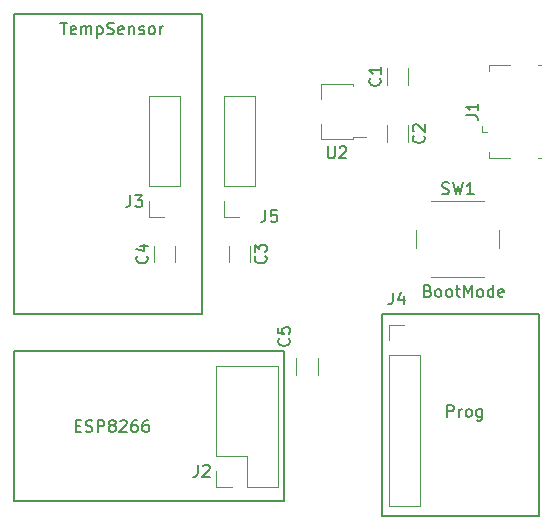
<source format=gbr>
%TF.GenerationSoftware,KiCad,Pcbnew,7.0.10-7.0.10~ubuntu22.04.1*%
%TF.CreationDate,2024-01-08T16:33:40+00:00*%
%TF.ProjectId,wifi_temp_sensor,77696669-5f74-4656-9d70-5f73656e736f,rev?*%
%TF.SameCoordinates,Original*%
%TF.FileFunction,Legend,Top*%
%TF.FilePolarity,Positive*%
%FSLAX46Y46*%
G04 Gerber Fmt 4.6, Leading zero omitted, Abs format (unit mm)*
G04 Created by KiCad (PCBNEW 7.0.10-7.0.10~ubuntu22.04.1) date 2024-01-08 16:33:40*
%MOMM*%
%LPD*%
G01*
G04 APERTURE LIST*
%ADD10C,0.200000*%
%ADD11C,0.150000*%
%ADD12C,0.120000*%
G04 APERTURE END LIST*
D10*
X189230000Y-27305000D02*
X205105000Y-27305000D01*
X205105000Y-52705000D01*
X189230000Y-52705000D01*
X189230000Y-27305000D01*
D11*
X220345000Y-52705000D02*
X233680000Y-52705000D01*
X233680000Y-69850000D01*
X220345000Y-69850000D01*
X220345000Y-52705000D01*
X189230000Y-55880000D02*
X212090000Y-55880000D01*
X212090000Y-68580000D01*
X189230000Y-68580000D01*
X189230000Y-55880000D01*
X212449580Y-54776666D02*
X212497200Y-54824285D01*
X212497200Y-54824285D02*
X212544819Y-54967142D01*
X212544819Y-54967142D02*
X212544819Y-55062380D01*
X212544819Y-55062380D02*
X212497200Y-55205237D01*
X212497200Y-55205237D02*
X212401961Y-55300475D01*
X212401961Y-55300475D02*
X212306723Y-55348094D01*
X212306723Y-55348094D02*
X212116247Y-55395713D01*
X212116247Y-55395713D02*
X211973390Y-55395713D01*
X211973390Y-55395713D02*
X211782914Y-55348094D01*
X211782914Y-55348094D02*
X211687676Y-55300475D01*
X211687676Y-55300475D02*
X211592438Y-55205237D01*
X211592438Y-55205237D02*
X211544819Y-55062380D01*
X211544819Y-55062380D02*
X211544819Y-54967142D01*
X211544819Y-54967142D02*
X211592438Y-54824285D01*
X211592438Y-54824285D02*
X211640057Y-54776666D01*
X211544819Y-53871904D02*
X211544819Y-54348094D01*
X211544819Y-54348094D02*
X212021009Y-54395713D01*
X212021009Y-54395713D02*
X211973390Y-54348094D01*
X211973390Y-54348094D02*
X211925771Y-54252856D01*
X211925771Y-54252856D02*
X211925771Y-54014761D01*
X211925771Y-54014761D02*
X211973390Y-53919523D01*
X211973390Y-53919523D02*
X212021009Y-53871904D01*
X212021009Y-53871904D02*
X212116247Y-53824285D01*
X212116247Y-53824285D02*
X212354342Y-53824285D01*
X212354342Y-53824285D02*
X212449580Y-53871904D01*
X212449580Y-53871904D02*
X212497200Y-53919523D01*
X212497200Y-53919523D02*
X212544819Y-54014761D01*
X212544819Y-54014761D02*
X212544819Y-54252856D01*
X212544819Y-54252856D02*
X212497200Y-54348094D01*
X212497200Y-54348094D02*
X212449580Y-54395713D01*
X200439580Y-47791666D02*
X200487200Y-47839285D01*
X200487200Y-47839285D02*
X200534819Y-47982142D01*
X200534819Y-47982142D02*
X200534819Y-48077380D01*
X200534819Y-48077380D02*
X200487200Y-48220237D01*
X200487200Y-48220237D02*
X200391961Y-48315475D01*
X200391961Y-48315475D02*
X200296723Y-48363094D01*
X200296723Y-48363094D02*
X200106247Y-48410713D01*
X200106247Y-48410713D02*
X199963390Y-48410713D01*
X199963390Y-48410713D02*
X199772914Y-48363094D01*
X199772914Y-48363094D02*
X199677676Y-48315475D01*
X199677676Y-48315475D02*
X199582438Y-48220237D01*
X199582438Y-48220237D02*
X199534819Y-48077380D01*
X199534819Y-48077380D02*
X199534819Y-47982142D01*
X199534819Y-47982142D02*
X199582438Y-47839285D01*
X199582438Y-47839285D02*
X199630057Y-47791666D01*
X199868152Y-46934523D02*
X200534819Y-46934523D01*
X199487200Y-47172618D02*
X200201485Y-47410713D01*
X200201485Y-47410713D02*
X200201485Y-46791666D01*
X204771666Y-65484819D02*
X204771666Y-66199104D01*
X204771666Y-66199104D02*
X204724047Y-66341961D01*
X204724047Y-66341961D02*
X204628809Y-66437200D01*
X204628809Y-66437200D02*
X204485952Y-66484819D01*
X204485952Y-66484819D02*
X204390714Y-66484819D01*
X205200238Y-65580057D02*
X205247857Y-65532438D01*
X205247857Y-65532438D02*
X205343095Y-65484819D01*
X205343095Y-65484819D02*
X205581190Y-65484819D01*
X205581190Y-65484819D02*
X205676428Y-65532438D01*
X205676428Y-65532438D02*
X205724047Y-65580057D01*
X205724047Y-65580057D02*
X205771666Y-65675295D01*
X205771666Y-65675295D02*
X205771666Y-65770533D01*
X205771666Y-65770533D02*
X205724047Y-65913390D01*
X205724047Y-65913390D02*
X205152619Y-66484819D01*
X205152619Y-66484819D02*
X205771666Y-66484819D01*
X194409762Y-62161009D02*
X194743095Y-62161009D01*
X194885952Y-62684819D02*
X194409762Y-62684819D01*
X194409762Y-62684819D02*
X194409762Y-61684819D01*
X194409762Y-61684819D02*
X194885952Y-61684819D01*
X195266905Y-62637200D02*
X195409762Y-62684819D01*
X195409762Y-62684819D02*
X195647857Y-62684819D01*
X195647857Y-62684819D02*
X195743095Y-62637200D01*
X195743095Y-62637200D02*
X195790714Y-62589580D01*
X195790714Y-62589580D02*
X195838333Y-62494342D01*
X195838333Y-62494342D02*
X195838333Y-62399104D01*
X195838333Y-62399104D02*
X195790714Y-62303866D01*
X195790714Y-62303866D02*
X195743095Y-62256247D01*
X195743095Y-62256247D02*
X195647857Y-62208628D01*
X195647857Y-62208628D02*
X195457381Y-62161009D01*
X195457381Y-62161009D02*
X195362143Y-62113390D01*
X195362143Y-62113390D02*
X195314524Y-62065771D01*
X195314524Y-62065771D02*
X195266905Y-61970533D01*
X195266905Y-61970533D02*
X195266905Y-61875295D01*
X195266905Y-61875295D02*
X195314524Y-61780057D01*
X195314524Y-61780057D02*
X195362143Y-61732438D01*
X195362143Y-61732438D02*
X195457381Y-61684819D01*
X195457381Y-61684819D02*
X195695476Y-61684819D01*
X195695476Y-61684819D02*
X195838333Y-61732438D01*
X196266905Y-62684819D02*
X196266905Y-61684819D01*
X196266905Y-61684819D02*
X196647857Y-61684819D01*
X196647857Y-61684819D02*
X196743095Y-61732438D01*
X196743095Y-61732438D02*
X196790714Y-61780057D01*
X196790714Y-61780057D02*
X196838333Y-61875295D01*
X196838333Y-61875295D02*
X196838333Y-62018152D01*
X196838333Y-62018152D02*
X196790714Y-62113390D01*
X196790714Y-62113390D02*
X196743095Y-62161009D01*
X196743095Y-62161009D02*
X196647857Y-62208628D01*
X196647857Y-62208628D02*
X196266905Y-62208628D01*
X197409762Y-62113390D02*
X197314524Y-62065771D01*
X197314524Y-62065771D02*
X197266905Y-62018152D01*
X197266905Y-62018152D02*
X197219286Y-61922914D01*
X197219286Y-61922914D02*
X197219286Y-61875295D01*
X197219286Y-61875295D02*
X197266905Y-61780057D01*
X197266905Y-61780057D02*
X197314524Y-61732438D01*
X197314524Y-61732438D02*
X197409762Y-61684819D01*
X197409762Y-61684819D02*
X197600238Y-61684819D01*
X197600238Y-61684819D02*
X197695476Y-61732438D01*
X197695476Y-61732438D02*
X197743095Y-61780057D01*
X197743095Y-61780057D02*
X197790714Y-61875295D01*
X197790714Y-61875295D02*
X197790714Y-61922914D01*
X197790714Y-61922914D02*
X197743095Y-62018152D01*
X197743095Y-62018152D02*
X197695476Y-62065771D01*
X197695476Y-62065771D02*
X197600238Y-62113390D01*
X197600238Y-62113390D02*
X197409762Y-62113390D01*
X197409762Y-62113390D02*
X197314524Y-62161009D01*
X197314524Y-62161009D02*
X197266905Y-62208628D01*
X197266905Y-62208628D02*
X197219286Y-62303866D01*
X197219286Y-62303866D02*
X197219286Y-62494342D01*
X197219286Y-62494342D02*
X197266905Y-62589580D01*
X197266905Y-62589580D02*
X197314524Y-62637200D01*
X197314524Y-62637200D02*
X197409762Y-62684819D01*
X197409762Y-62684819D02*
X197600238Y-62684819D01*
X197600238Y-62684819D02*
X197695476Y-62637200D01*
X197695476Y-62637200D02*
X197743095Y-62589580D01*
X197743095Y-62589580D02*
X197790714Y-62494342D01*
X197790714Y-62494342D02*
X197790714Y-62303866D01*
X197790714Y-62303866D02*
X197743095Y-62208628D01*
X197743095Y-62208628D02*
X197695476Y-62161009D01*
X197695476Y-62161009D02*
X197600238Y-62113390D01*
X198171667Y-61780057D02*
X198219286Y-61732438D01*
X198219286Y-61732438D02*
X198314524Y-61684819D01*
X198314524Y-61684819D02*
X198552619Y-61684819D01*
X198552619Y-61684819D02*
X198647857Y-61732438D01*
X198647857Y-61732438D02*
X198695476Y-61780057D01*
X198695476Y-61780057D02*
X198743095Y-61875295D01*
X198743095Y-61875295D02*
X198743095Y-61970533D01*
X198743095Y-61970533D02*
X198695476Y-62113390D01*
X198695476Y-62113390D02*
X198124048Y-62684819D01*
X198124048Y-62684819D02*
X198743095Y-62684819D01*
X199600238Y-61684819D02*
X199409762Y-61684819D01*
X199409762Y-61684819D02*
X199314524Y-61732438D01*
X199314524Y-61732438D02*
X199266905Y-61780057D01*
X199266905Y-61780057D02*
X199171667Y-61922914D01*
X199171667Y-61922914D02*
X199124048Y-62113390D01*
X199124048Y-62113390D02*
X199124048Y-62494342D01*
X199124048Y-62494342D02*
X199171667Y-62589580D01*
X199171667Y-62589580D02*
X199219286Y-62637200D01*
X199219286Y-62637200D02*
X199314524Y-62684819D01*
X199314524Y-62684819D02*
X199505000Y-62684819D01*
X199505000Y-62684819D02*
X199600238Y-62637200D01*
X199600238Y-62637200D02*
X199647857Y-62589580D01*
X199647857Y-62589580D02*
X199695476Y-62494342D01*
X199695476Y-62494342D02*
X199695476Y-62256247D01*
X199695476Y-62256247D02*
X199647857Y-62161009D01*
X199647857Y-62161009D02*
X199600238Y-62113390D01*
X199600238Y-62113390D02*
X199505000Y-62065771D01*
X199505000Y-62065771D02*
X199314524Y-62065771D01*
X199314524Y-62065771D02*
X199219286Y-62113390D01*
X199219286Y-62113390D02*
X199171667Y-62161009D01*
X199171667Y-62161009D02*
X199124048Y-62256247D01*
X200552619Y-61684819D02*
X200362143Y-61684819D01*
X200362143Y-61684819D02*
X200266905Y-61732438D01*
X200266905Y-61732438D02*
X200219286Y-61780057D01*
X200219286Y-61780057D02*
X200124048Y-61922914D01*
X200124048Y-61922914D02*
X200076429Y-62113390D01*
X200076429Y-62113390D02*
X200076429Y-62494342D01*
X200076429Y-62494342D02*
X200124048Y-62589580D01*
X200124048Y-62589580D02*
X200171667Y-62637200D01*
X200171667Y-62637200D02*
X200266905Y-62684819D01*
X200266905Y-62684819D02*
X200457381Y-62684819D01*
X200457381Y-62684819D02*
X200552619Y-62637200D01*
X200552619Y-62637200D02*
X200600238Y-62589580D01*
X200600238Y-62589580D02*
X200647857Y-62494342D01*
X200647857Y-62494342D02*
X200647857Y-62256247D01*
X200647857Y-62256247D02*
X200600238Y-62161009D01*
X200600238Y-62161009D02*
X200552619Y-62113390D01*
X200552619Y-62113390D02*
X200457381Y-62065771D01*
X200457381Y-62065771D02*
X200266905Y-62065771D01*
X200266905Y-62065771D02*
X200171667Y-62113390D01*
X200171667Y-62113390D02*
X200124048Y-62161009D01*
X200124048Y-62161009D02*
X200076429Y-62256247D01*
X221281666Y-50889819D02*
X221281666Y-51604104D01*
X221281666Y-51604104D02*
X221234047Y-51746961D01*
X221234047Y-51746961D02*
X221138809Y-51842200D01*
X221138809Y-51842200D02*
X220995952Y-51889819D01*
X220995952Y-51889819D02*
X220900714Y-51889819D01*
X222186428Y-51223152D02*
X222186428Y-51889819D01*
X221948333Y-50842200D02*
X221710238Y-51556485D01*
X221710238Y-51556485D02*
X222329285Y-51556485D01*
X225853809Y-61414819D02*
X225853809Y-60414819D01*
X225853809Y-60414819D02*
X226234761Y-60414819D01*
X226234761Y-60414819D02*
X226329999Y-60462438D01*
X226329999Y-60462438D02*
X226377618Y-60510057D01*
X226377618Y-60510057D02*
X226425237Y-60605295D01*
X226425237Y-60605295D02*
X226425237Y-60748152D01*
X226425237Y-60748152D02*
X226377618Y-60843390D01*
X226377618Y-60843390D02*
X226329999Y-60891009D01*
X226329999Y-60891009D02*
X226234761Y-60938628D01*
X226234761Y-60938628D02*
X225853809Y-60938628D01*
X226853809Y-61414819D02*
X226853809Y-60748152D01*
X226853809Y-60938628D02*
X226901428Y-60843390D01*
X226901428Y-60843390D02*
X226949047Y-60795771D01*
X226949047Y-60795771D02*
X227044285Y-60748152D01*
X227044285Y-60748152D02*
X227139523Y-60748152D01*
X227615714Y-61414819D02*
X227520476Y-61367200D01*
X227520476Y-61367200D02*
X227472857Y-61319580D01*
X227472857Y-61319580D02*
X227425238Y-61224342D01*
X227425238Y-61224342D02*
X227425238Y-60938628D01*
X227425238Y-60938628D02*
X227472857Y-60843390D01*
X227472857Y-60843390D02*
X227520476Y-60795771D01*
X227520476Y-60795771D02*
X227615714Y-60748152D01*
X227615714Y-60748152D02*
X227758571Y-60748152D01*
X227758571Y-60748152D02*
X227853809Y-60795771D01*
X227853809Y-60795771D02*
X227901428Y-60843390D01*
X227901428Y-60843390D02*
X227949047Y-60938628D01*
X227949047Y-60938628D02*
X227949047Y-61224342D01*
X227949047Y-61224342D02*
X227901428Y-61319580D01*
X227901428Y-61319580D02*
X227853809Y-61367200D01*
X227853809Y-61367200D02*
X227758571Y-61414819D01*
X227758571Y-61414819D02*
X227615714Y-61414819D01*
X228806190Y-60748152D02*
X228806190Y-61557676D01*
X228806190Y-61557676D02*
X228758571Y-61652914D01*
X228758571Y-61652914D02*
X228710952Y-61700533D01*
X228710952Y-61700533D02*
X228615714Y-61748152D01*
X228615714Y-61748152D02*
X228472857Y-61748152D01*
X228472857Y-61748152D02*
X228377619Y-61700533D01*
X228806190Y-61367200D02*
X228710952Y-61414819D01*
X228710952Y-61414819D02*
X228520476Y-61414819D01*
X228520476Y-61414819D02*
X228425238Y-61367200D01*
X228425238Y-61367200D02*
X228377619Y-61319580D01*
X228377619Y-61319580D02*
X228330000Y-61224342D01*
X228330000Y-61224342D02*
X228330000Y-60938628D01*
X228330000Y-60938628D02*
X228377619Y-60843390D01*
X228377619Y-60843390D02*
X228425238Y-60795771D01*
X228425238Y-60795771D02*
X228520476Y-60748152D01*
X228520476Y-60748152D02*
X228710952Y-60748152D01*
X228710952Y-60748152D02*
X228806190Y-60795771D01*
X210486666Y-43904819D02*
X210486666Y-44619104D01*
X210486666Y-44619104D02*
X210439047Y-44761961D01*
X210439047Y-44761961D02*
X210343809Y-44857200D01*
X210343809Y-44857200D02*
X210200952Y-44904819D01*
X210200952Y-44904819D02*
X210105714Y-44904819D01*
X211439047Y-43904819D02*
X210962857Y-43904819D01*
X210962857Y-43904819D02*
X210915238Y-44381009D01*
X210915238Y-44381009D02*
X210962857Y-44333390D01*
X210962857Y-44333390D02*
X211058095Y-44285771D01*
X211058095Y-44285771D02*
X211296190Y-44285771D01*
X211296190Y-44285771D02*
X211391428Y-44333390D01*
X211391428Y-44333390D02*
X211439047Y-44381009D01*
X211439047Y-44381009D02*
X211486666Y-44476247D01*
X211486666Y-44476247D02*
X211486666Y-44714342D01*
X211486666Y-44714342D02*
X211439047Y-44809580D01*
X211439047Y-44809580D02*
X211391428Y-44857200D01*
X211391428Y-44857200D02*
X211296190Y-44904819D01*
X211296190Y-44904819D02*
X211058095Y-44904819D01*
X211058095Y-44904819D02*
X210962857Y-44857200D01*
X210962857Y-44857200D02*
X210915238Y-44809580D01*
X215773095Y-38514819D02*
X215773095Y-39324342D01*
X215773095Y-39324342D02*
X215820714Y-39419580D01*
X215820714Y-39419580D02*
X215868333Y-39467200D01*
X215868333Y-39467200D02*
X215963571Y-39514819D01*
X215963571Y-39514819D02*
X216154047Y-39514819D01*
X216154047Y-39514819D02*
X216249285Y-39467200D01*
X216249285Y-39467200D02*
X216296904Y-39419580D01*
X216296904Y-39419580D02*
X216344523Y-39324342D01*
X216344523Y-39324342D02*
X216344523Y-38514819D01*
X216773095Y-38610057D02*
X216820714Y-38562438D01*
X216820714Y-38562438D02*
X216915952Y-38514819D01*
X216915952Y-38514819D02*
X217154047Y-38514819D01*
X217154047Y-38514819D02*
X217249285Y-38562438D01*
X217249285Y-38562438D02*
X217296904Y-38610057D01*
X217296904Y-38610057D02*
X217344523Y-38705295D01*
X217344523Y-38705295D02*
X217344523Y-38800533D01*
X217344523Y-38800533D02*
X217296904Y-38943390D01*
X217296904Y-38943390D02*
X216725476Y-39514819D01*
X216725476Y-39514819D02*
X217344523Y-39514819D01*
X225436667Y-42512200D02*
X225579524Y-42559819D01*
X225579524Y-42559819D02*
X225817619Y-42559819D01*
X225817619Y-42559819D02*
X225912857Y-42512200D01*
X225912857Y-42512200D02*
X225960476Y-42464580D01*
X225960476Y-42464580D02*
X226008095Y-42369342D01*
X226008095Y-42369342D02*
X226008095Y-42274104D01*
X226008095Y-42274104D02*
X225960476Y-42178866D01*
X225960476Y-42178866D02*
X225912857Y-42131247D01*
X225912857Y-42131247D02*
X225817619Y-42083628D01*
X225817619Y-42083628D02*
X225627143Y-42036009D01*
X225627143Y-42036009D02*
X225531905Y-41988390D01*
X225531905Y-41988390D02*
X225484286Y-41940771D01*
X225484286Y-41940771D02*
X225436667Y-41845533D01*
X225436667Y-41845533D02*
X225436667Y-41750295D01*
X225436667Y-41750295D02*
X225484286Y-41655057D01*
X225484286Y-41655057D02*
X225531905Y-41607438D01*
X225531905Y-41607438D02*
X225627143Y-41559819D01*
X225627143Y-41559819D02*
X225865238Y-41559819D01*
X225865238Y-41559819D02*
X226008095Y-41607438D01*
X226341429Y-41559819D02*
X226579524Y-42559819D01*
X226579524Y-42559819D02*
X226770000Y-41845533D01*
X226770000Y-41845533D02*
X226960476Y-42559819D01*
X226960476Y-42559819D02*
X227198572Y-41559819D01*
X228103333Y-42559819D02*
X227531905Y-42559819D01*
X227817619Y-42559819D02*
X227817619Y-41559819D01*
X227817619Y-41559819D02*
X227722381Y-41702676D01*
X227722381Y-41702676D02*
X227627143Y-41797914D01*
X227627143Y-41797914D02*
X227531905Y-41845533D01*
X224246190Y-50731009D02*
X224389047Y-50778628D01*
X224389047Y-50778628D02*
X224436666Y-50826247D01*
X224436666Y-50826247D02*
X224484285Y-50921485D01*
X224484285Y-50921485D02*
X224484285Y-51064342D01*
X224484285Y-51064342D02*
X224436666Y-51159580D01*
X224436666Y-51159580D02*
X224389047Y-51207200D01*
X224389047Y-51207200D02*
X224293809Y-51254819D01*
X224293809Y-51254819D02*
X223912857Y-51254819D01*
X223912857Y-51254819D02*
X223912857Y-50254819D01*
X223912857Y-50254819D02*
X224246190Y-50254819D01*
X224246190Y-50254819D02*
X224341428Y-50302438D01*
X224341428Y-50302438D02*
X224389047Y-50350057D01*
X224389047Y-50350057D02*
X224436666Y-50445295D01*
X224436666Y-50445295D02*
X224436666Y-50540533D01*
X224436666Y-50540533D02*
X224389047Y-50635771D01*
X224389047Y-50635771D02*
X224341428Y-50683390D01*
X224341428Y-50683390D02*
X224246190Y-50731009D01*
X224246190Y-50731009D02*
X223912857Y-50731009D01*
X225055714Y-51254819D02*
X224960476Y-51207200D01*
X224960476Y-51207200D02*
X224912857Y-51159580D01*
X224912857Y-51159580D02*
X224865238Y-51064342D01*
X224865238Y-51064342D02*
X224865238Y-50778628D01*
X224865238Y-50778628D02*
X224912857Y-50683390D01*
X224912857Y-50683390D02*
X224960476Y-50635771D01*
X224960476Y-50635771D02*
X225055714Y-50588152D01*
X225055714Y-50588152D02*
X225198571Y-50588152D01*
X225198571Y-50588152D02*
X225293809Y-50635771D01*
X225293809Y-50635771D02*
X225341428Y-50683390D01*
X225341428Y-50683390D02*
X225389047Y-50778628D01*
X225389047Y-50778628D02*
X225389047Y-51064342D01*
X225389047Y-51064342D02*
X225341428Y-51159580D01*
X225341428Y-51159580D02*
X225293809Y-51207200D01*
X225293809Y-51207200D02*
X225198571Y-51254819D01*
X225198571Y-51254819D02*
X225055714Y-51254819D01*
X225960476Y-51254819D02*
X225865238Y-51207200D01*
X225865238Y-51207200D02*
X225817619Y-51159580D01*
X225817619Y-51159580D02*
X225770000Y-51064342D01*
X225770000Y-51064342D02*
X225770000Y-50778628D01*
X225770000Y-50778628D02*
X225817619Y-50683390D01*
X225817619Y-50683390D02*
X225865238Y-50635771D01*
X225865238Y-50635771D02*
X225960476Y-50588152D01*
X225960476Y-50588152D02*
X226103333Y-50588152D01*
X226103333Y-50588152D02*
X226198571Y-50635771D01*
X226198571Y-50635771D02*
X226246190Y-50683390D01*
X226246190Y-50683390D02*
X226293809Y-50778628D01*
X226293809Y-50778628D02*
X226293809Y-51064342D01*
X226293809Y-51064342D02*
X226246190Y-51159580D01*
X226246190Y-51159580D02*
X226198571Y-51207200D01*
X226198571Y-51207200D02*
X226103333Y-51254819D01*
X226103333Y-51254819D02*
X225960476Y-51254819D01*
X226579524Y-50588152D02*
X226960476Y-50588152D01*
X226722381Y-50254819D02*
X226722381Y-51111961D01*
X226722381Y-51111961D02*
X226770000Y-51207200D01*
X226770000Y-51207200D02*
X226865238Y-51254819D01*
X226865238Y-51254819D02*
X226960476Y-51254819D01*
X227293810Y-51254819D02*
X227293810Y-50254819D01*
X227293810Y-50254819D02*
X227627143Y-50969104D01*
X227627143Y-50969104D02*
X227960476Y-50254819D01*
X227960476Y-50254819D02*
X227960476Y-51254819D01*
X228579524Y-51254819D02*
X228484286Y-51207200D01*
X228484286Y-51207200D02*
X228436667Y-51159580D01*
X228436667Y-51159580D02*
X228389048Y-51064342D01*
X228389048Y-51064342D02*
X228389048Y-50778628D01*
X228389048Y-50778628D02*
X228436667Y-50683390D01*
X228436667Y-50683390D02*
X228484286Y-50635771D01*
X228484286Y-50635771D02*
X228579524Y-50588152D01*
X228579524Y-50588152D02*
X228722381Y-50588152D01*
X228722381Y-50588152D02*
X228817619Y-50635771D01*
X228817619Y-50635771D02*
X228865238Y-50683390D01*
X228865238Y-50683390D02*
X228912857Y-50778628D01*
X228912857Y-50778628D02*
X228912857Y-51064342D01*
X228912857Y-51064342D02*
X228865238Y-51159580D01*
X228865238Y-51159580D02*
X228817619Y-51207200D01*
X228817619Y-51207200D02*
X228722381Y-51254819D01*
X228722381Y-51254819D02*
X228579524Y-51254819D01*
X229770000Y-51254819D02*
X229770000Y-50254819D01*
X229770000Y-51207200D02*
X229674762Y-51254819D01*
X229674762Y-51254819D02*
X229484286Y-51254819D01*
X229484286Y-51254819D02*
X229389048Y-51207200D01*
X229389048Y-51207200D02*
X229341429Y-51159580D01*
X229341429Y-51159580D02*
X229293810Y-51064342D01*
X229293810Y-51064342D02*
X229293810Y-50778628D01*
X229293810Y-50778628D02*
X229341429Y-50683390D01*
X229341429Y-50683390D02*
X229389048Y-50635771D01*
X229389048Y-50635771D02*
X229484286Y-50588152D01*
X229484286Y-50588152D02*
X229674762Y-50588152D01*
X229674762Y-50588152D02*
X229770000Y-50635771D01*
X230627143Y-51207200D02*
X230531905Y-51254819D01*
X230531905Y-51254819D02*
X230341429Y-51254819D01*
X230341429Y-51254819D02*
X230246191Y-51207200D01*
X230246191Y-51207200D02*
X230198572Y-51111961D01*
X230198572Y-51111961D02*
X230198572Y-50731009D01*
X230198572Y-50731009D02*
X230246191Y-50635771D01*
X230246191Y-50635771D02*
X230341429Y-50588152D01*
X230341429Y-50588152D02*
X230531905Y-50588152D01*
X230531905Y-50588152D02*
X230627143Y-50635771D01*
X230627143Y-50635771D02*
X230674762Y-50731009D01*
X230674762Y-50731009D02*
X230674762Y-50826247D01*
X230674762Y-50826247D02*
X230198572Y-50921485D01*
X220169580Y-32751666D02*
X220217200Y-32799285D01*
X220217200Y-32799285D02*
X220264819Y-32942142D01*
X220264819Y-32942142D02*
X220264819Y-33037380D01*
X220264819Y-33037380D02*
X220217200Y-33180237D01*
X220217200Y-33180237D02*
X220121961Y-33275475D01*
X220121961Y-33275475D02*
X220026723Y-33323094D01*
X220026723Y-33323094D02*
X219836247Y-33370713D01*
X219836247Y-33370713D02*
X219693390Y-33370713D01*
X219693390Y-33370713D02*
X219502914Y-33323094D01*
X219502914Y-33323094D02*
X219407676Y-33275475D01*
X219407676Y-33275475D02*
X219312438Y-33180237D01*
X219312438Y-33180237D02*
X219264819Y-33037380D01*
X219264819Y-33037380D02*
X219264819Y-32942142D01*
X219264819Y-32942142D02*
X219312438Y-32799285D01*
X219312438Y-32799285D02*
X219360057Y-32751666D01*
X220264819Y-31799285D02*
X220264819Y-32370713D01*
X220264819Y-32084999D02*
X219264819Y-32084999D01*
X219264819Y-32084999D02*
X219407676Y-32180237D01*
X219407676Y-32180237D02*
X219502914Y-32275475D01*
X219502914Y-32275475D02*
X219550533Y-32370713D01*
X210489580Y-47791666D02*
X210537200Y-47839285D01*
X210537200Y-47839285D02*
X210584819Y-47982142D01*
X210584819Y-47982142D02*
X210584819Y-48077380D01*
X210584819Y-48077380D02*
X210537200Y-48220237D01*
X210537200Y-48220237D02*
X210441961Y-48315475D01*
X210441961Y-48315475D02*
X210346723Y-48363094D01*
X210346723Y-48363094D02*
X210156247Y-48410713D01*
X210156247Y-48410713D02*
X210013390Y-48410713D01*
X210013390Y-48410713D02*
X209822914Y-48363094D01*
X209822914Y-48363094D02*
X209727676Y-48315475D01*
X209727676Y-48315475D02*
X209632438Y-48220237D01*
X209632438Y-48220237D02*
X209584819Y-48077380D01*
X209584819Y-48077380D02*
X209584819Y-47982142D01*
X209584819Y-47982142D02*
X209632438Y-47839285D01*
X209632438Y-47839285D02*
X209680057Y-47791666D01*
X209584819Y-47458332D02*
X209584819Y-46839285D01*
X209584819Y-46839285D02*
X209965771Y-47172618D01*
X209965771Y-47172618D02*
X209965771Y-47029761D01*
X209965771Y-47029761D02*
X210013390Y-46934523D01*
X210013390Y-46934523D02*
X210061009Y-46886904D01*
X210061009Y-46886904D02*
X210156247Y-46839285D01*
X210156247Y-46839285D02*
X210394342Y-46839285D01*
X210394342Y-46839285D02*
X210489580Y-46886904D01*
X210489580Y-46886904D02*
X210537200Y-46934523D01*
X210537200Y-46934523D02*
X210584819Y-47029761D01*
X210584819Y-47029761D02*
X210584819Y-47315475D01*
X210584819Y-47315475D02*
X210537200Y-47410713D01*
X210537200Y-47410713D02*
X210489580Y-47458332D01*
X199056666Y-42634819D02*
X199056666Y-43349104D01*
X199056666Y-43349104D02*
X199009047Y-43491961D01*
X199009047Y-43491961D02*
X198913809Y-43587200D01*
X198913809Y-43587200D02*
X198770952Y-43634819D01*
X198770952Y-43634819D02*
X198675714Y-43634819D01*
X199437619Y-42634819D02*
X200056666Y-42634819D01*
X200056666Y-42634819D02*
X199723333Y-43015771D01*
X199723333Y-43015771D02*
X199866190Y-43015771D01*
X199866190Y-43015771D02*
X199961428Y-43063390D01*
X199961428Y-43063390D02*
X200009047Y-43111009D01*
X200009047Y-43111009D02*
X200056666Y-43206247D01*
X200056666Y-43206247D02*
X200056666Y-43444342D01*
X200056666Y-43444342D02*
X200009047Y-43539580D01*
X200009047Y-43539580D02*
X199961428Y-43587200D01*
X199961428Y-43587200D02*
X199866190Y-43634819D01*
X199866190Y-43634819D02*
X199580476Y-43634819D01*
X199580476Y-43634819D02*
X199485238Y-43587200D01*
X199485238Y-43587200D02*
X199437619Y-43539580D01*
X193127857Y-28029819D02*
X193699285Y-28029819D01*
X193413571Y-29029819D02*
X193413571Y-28029819D01*
X194413571Y-28982200D02*
X194318333Y-29029819D01*
X194318333Y-29029819D02*
X194127857Y-29029819D01*
X194127857Y-29029819D02*
X194032619Y-28982200D01*
X194032619Y-28982200D02*
X193985000Y-28886961D01*
X193985000Y-28886961D02*
X193985000Y-28506009D01*
X193985000Y-28506009D02*
X194032619Y-28410771D01*
X194032619Y-28410771D02*
X194127857Y-28363152D01*
X194127857Y-28363152D02*
X194318333Y-28363152D01*
X194318333Y-28363152D02*
X194413571Y-28410771D01*
X194413571Y-28410771D02*
X194461190Y-28506009D01*
X194461190Y-28506009D02*
X194461190Y-28601247D01*
X194461190Y-28601247D02*
X193985000Y-28696485D01*
X194889762Y-29029819D02*
X194889762Y-28363152D01*
X194889762Y-28458390D02*
X194937381Y-28410771D01*
X194937381Y-28410771D02*
X195032619Y-28363152D01*
X195032619Y-28363152D02*
X195175476Y-28363152D01*
X195175476Y-28363152D02*
X195270714Y-28410771D01*
X195270714Y-28410771D02*
X195318333Y-28506009D01*
X195318333Y-28506009D02*
X195318333Y-29029819D01*
X195318333Y-28506009D02*
X195365952Y-28410771D01*
X195365952Y-28410771D02*
X195461190Y-28363152D01*
X195461190Y-28363152D02*
X195604047Y-28363152D01*
X195604047Y-28363152D02*
X195699286Y-28410771D01*
X195699286Y-28410771D02*
X195746905Y-28506009D01*
X195746905Y-28506009D02*
X195746905Y-29029819D01*
X196223095Y-28363152D02*
X196223095Y-29363152D01*
X196223095Y-28410771D02*
X196318333Y-28363152D01*
X196318333Y-28363152D02*
X196508809Y-28363152D01*
X196508809Y-28363152D02*
X196604047Y-28410771D01*
X196604047Y-28410771D02*
X196651666Y-28458390D01*
X196651666Y-28458390D02*
X196699285Y-28553628D01*
X196699285Y-28553628D02*
X196699285Y-28839342D01*
X196699285Y-28839342D02*
X196651666Y-28934580D01*
X196651666Y-28934580D02*
X196604047Y-28982200D01*
X196604047Y-28982200D02*
X196508809Y-29029819D01*
X196508809Y-29029819D02*
X196318333Y-29029819D01*
X196318333Y-29029819D02*
X196223095Y-28982200D01*
X197080238Y-28982200D02*
X197223095Y-29029819D01*
X197223095Y-29029819D02*
X197461190Y-29029819D01*
X197461190Y-29029819D02*
X197556428Y-28982200D01*
X197556428Y-28982200D02*
X197604047Y-28934580D01*
X197604047Y-28934580D02*
X197651666Y-28839342D01*
X197651666Y-28839342D02*
X197651666Y-28744104D01*
X197651666Y-28744104D02*
X197604047Y-28648866D01*
X197604047Y-28648866D02*
X197556428Y-28601247D01*
X197556428Y-28601247D02*
X197461190Y-28553628D01*
X197461190Y-28553628D02*
X197270714Y-28506009D01*
X197270714Y-28506009D02*
X197175476Y-28458390D01*
X197175476Y-28458390D02*
X197127857Y-28410771D01*
X197127857Y-28410771D02*
X197080238Y-28315533D01*
X197080238Y-28315533D02*
X197080238Y-28220295D01*
X197080238Y-28220295D02*
X197127857Y-28125057D01*
X197127857Y-28125057D02*
X197175476Y-28077438D01*
X197175476Y-28077438D02*
X197270714Y-28029819D01*
X197270714Y-28029819D02*
X197508809Y-28029819D01*
X197508809Y-28029819D02*
X197651666Y-28077438D01*
X198461190Y-28982200D02*
X198365952Y-29029819D01*
X198365952Y-29029819D02*
X198175476Y-29029819D01*
X198175476Y-29029819D02*
X198080238Y-28982200D01*
X198080238Y-28982200D02*
X198032619Y-28886961D01*
X198032619Y-28886961D02*
X198032619Y-28506009D01*
X198032619Y-28506009D02*
X198080238Y-28410771D01*
X198080238Y-28410771D02*
X198175476Y-28363152D01*
X198175476Y-28363152D02*
X198365952Y-28363152D01*
X198365952Y-28363152D02*
X198461190Y-28410771D01*
X198461190Y-28410771D02*
X198508809Y-28506009D01*
X198508809Y-28506009D02*
X198508809Y-28601247D01*
X198508809Y-28601247D02*
X198032619Y-28696485D01*
X198937381Y-28363152D02*
X198937381Y-29029819D01*
X198937381Y-28458390D02*
X198985000Y-28410771D01*
X198985000Y-28410771D02*
X199080238Y-28363152D01*
X199080238Y-28363152D02*
X199223095Y-28363152D01*
X199223095Y-28363152D02*
X199318333Y-28410771D01*
X199318333Y-28410771D02*
X199365952Y-28506009D01*
X199365952Y-28506009D02*
X199365952Y-29029819D01*
X199794524Y-28982200D02*
X199889762Y-29029819D01*
X199889762Y-29029819D02*
X200080238Y-29029819D01*
X200080238Y-29029819D02*
X200175476Y-28982200D01*
X200175476Y-28982200D02*
X200223095Y-28886961D01*
X200223095Y-28886961D02*
X200223095Y-28839342D01*
X200223095Y-28839342D02*
X200175476Y-28744104D01*
X200175476Y-28744104D02*
X200080238Y-28696485D01*
X200080238Y-28696485D02*
X199937381Y-28696485D01*
X199937381Y-28696485D02*
X199842143Y-28648866D01*
X199842143Y-28648866D02*
X199794524Y-28553628D01*
X199794524Y-28553628D02*
X199794524Y-28506009D01*
X199794524Y-28506009D02*
X199842143Y-28410771D01*
X199842143Y-28410771D02*
X199937381Y-28363152D01*
X199937381Y-28363152D02*
X200080238Y-28363152D01*
X200080238Y-28363152D02*
X200175476Y-28410771D01*
X200794524Y-29029819D02*
X200699286Y-28982200D01*
X200699286Y-28982200D02*
X200651667Y-28934580D01*
X200651667Y-28934580D02*
X200604048Y-28839342D01*
X200604048Y-28839342D02*
X200604048Y-28553628D01*
X200604048Y-28553628D02*
X200651667Y-28458390D01*
X200651667Y-28458390D02*
X200699286Y-28410771D01*
X200699286Y-28410771D02*
X200794524Y-28363152D01*
X200794524Y-28363152D02*
X200937381Y-28363152D01*
X200937381Y-28363152D02*
X201032619Y-28410771D01*
X201032619Y-28410771D02*
X201080238Y-28458390D01*
X201080238Y-28458390D02*
X201127857Y-28553628D01*
X201127857Y-28553628D02*
X201127857Y-28839342D01*
X201127857Y-28839342D02*
X201080238Y-28934580D01*
X201080238Y-28934580D02*
X201032619Y-28982200D01*
X201032619Y-28982200D02*
X200937381Y-29029819D01*
X200937381Y-29029819D02*
X200794524Y-29029819D01*
X201556429Y-29029819D02*
X201556429Y-28363152D01*
X201556429Y-28553628D02*
X201604048Y-28458390D01*
X201604048Y-28458390D02*
X201651667Y-28410771D01*
X201651667Y-28410771D02*
X201746905Y-28363152D01*
X201746905Y-28363152D02*
X201842143Y-28363152D01*
X227482319Y-35893333D02*
X228196604Y-35893333D01*
X228196604Y-35893333D02*
X228339461Y-35940952D01*
X228339461Y-35940952D02*
X228434700Y-36036190D01*
X228434700Y-36036190D02*
X228482319Y-36179047D01*
X228482319Y-36179047D02*
X228482319Y-36274285D01*
X228482319Y-34893333D02*
X228482319Y-35464761D01*
X228482319Y-35179047D02*
X227482319Y-35179047D01*
X227482319Y-35179047D02*
X227625176Y-35274285D01*
X227625176Y-35274285D02*
X227720414Y-35369523D01*
X227720414Y-35369523D02*
X227768033Y-35464761D01*
X223869580Y-37606666D02*
X223917200Y-37654285D01*
X223917200Y-37654285D02*
X223964819Y-37797142D01*
X223964819Y-37797142D02*
X223964819Y-37892380D01*
X223964819Y-37892380D02*
X223917200Y-38035237D01*
X223917200Y-38035237D02*
X223821961Y-38130475D01*
X223821961Y-38130475D02*
X223726723Y-38178094D01*
X223726723Y-38178094D02*
X223536247Y-38225713D01*
X223536247Y-38225713D02*
X223393390Y-38225713D01*
X223393390Y-38225713D02*
X223202914Y-38178094D01*
X223202914Y-38178094D02*
X223107676Y-38130475D01*
X223107676Y-38130475D02*
X223012438Y-38035237D01*
X223012438Y-38035237D02*
X222964819Y-37892380D01*
X222964819Y-37892380D02*
X222964819Y-37797142D01*
X222964819Y-37797142D02*
X223012438Y-37654285D01*
X223012438Y-37654285D02*
X223060057Y-37606666D01*
X223060057Y-37225713D02*
X223012438Y-37178094D01*
X223012438Y-37178094D02*
X222964819Y-37082856D01*
X222964819Y-37082856D02*
X222964819Y-36844761D01*
X222964819Y-36844761D02*
X223012438Y-36749523D01*
X223012438Y-36749523D02*
X223060057Y-36701904D01*
X223060057Y-36701904D02*
X223155295Y-36654285D01*
X223155295Y-36654285D02*
X223250533Y-36654285D01*
X223250533Y-36654285D02*
X223393390Y-36701904D01*
X223393390Y-36701904D02*
X223964819Y-37273332D01*
X223964819Y-37273332D02*
X223964819Y-36654285D01*
D12*
%TO.C,C5*%
X213085000Y-57861252D02*
X213085000Y-56438748D01*
X214905000Y-57861252D02*
X214905000Y-56438748D01*
%TO.C,C4*%
X201020000Y-48336252D02*
X201020000Y-46913748D01*
X202840000Y-48336252D02*
X202840000Y-46913748D01*
%TO.C,J2*%
X211515000Y-67360000D02*
X211515000Y-57080000D01*
X211515000Y-67360000D02*
X208915000Y-67360000D01*
X211515000Y-57080000D02*
X206315000Y-57080000D01*
X208915000Y-67360000D02*
X208915000Y-64760000D01*
X208915000Y-64760000D02*
X206315000Y-64760000D01*
X207645000Y-67360000D02*
X206315000Y-67360000D01*
X206315000Y-67360000D02*
X206315000Y-66030000D01*
X206315000Y-64760000D02*
X206315000Y-57080000D01*
%TO.C,J4*%
X220920000Y-53597500D02*
X222250000Y-53597500D01*
X220920000Y-54927500D02*
X220920000Y-53597500D01*
X220920000Y-56197500D02*
X220920000Y-68957500D01*
X220920000Y-56197500D02*
X223580000Y-56197500D01*
X220920000Y-68957500D02*
X223580000Y-68957500D01*
X223580000Y-56197500D02*
X223580000Y-68957500D01*
%TO.C,J5*%
X209610000Y-41910000D02*
X209610000Y-34230000D01*
X209610000Y-41910000D02*
X206950000Y-41910000D01*
X209610000Y-34230000D02*
X206950000Y-34230000D01*
X208280000Y-44510000D02*
X206950000Y-44510000D01*
X206950000Y-44510000D02*
X206950000Y-43180000D01*
X206950000Y-41910000D02*
X206950000Y-34230000D01*
%TO.C,U2*%
X219035000Y-37690000D02*
X217895000Y-37690000D01*
X217895000Y-37920000D02*
X217895000Y-37690000D01*
X217895000Y-37920000D02*
X215175000Y-37920000D01*
X217895000Y-33200000D02*
X217895000Y-33430000D01*
X215175000Y-37920000D02*
X215175000Y-36610000D01*
X215175000Y-34510000D02*
X215175000Y-33200000D01*
X215175000Y-33200000D02*
X217895000Y-33200000D01*
%TO.C,SW1*%
X223270000Y-45605000D02*
X223270000Y-47105000D01*
X224520000Y-49605000D02*
X229020000Y-49605000D01*
X229020000Y-43105000D02*
X224520000Y-43105000D01*
X230270000Y-47105000D02*
X230270000Y-45605000D01*
%TO.C,C1*%
X220750000Y-33296252D02*
X220750000Y-31873748D01*
X222570000Y-33296252D02*
X222570000Y-31873748D01*
%TO.C,C3*%
X209190000Y-46913748D02*
X209190000Y-48336252D01*
X207370000Y-46913748D02*
X207370000Y-48336252D01*
%TO.C,J3*%
X203260000Y-41910000D02*
X203260000Y-34230000D01*
X203260000Y-41910000D02*
X200600000Y-41910000D01*
X203260000Y-34230000D02*
X200600000Y-34230000D01*
X201930000Y-44510000D02*
X200600000Y-44510000D01*
X200600000Y-44510000D02*
X200600000Y-43180000D01*
X200600000Y-41910000D02*
X200600000Y-34230000D01*
%TO.C,J1*%
X229377500Y-39460000D02*
X229377500Y-39010000D01*
X231227500Y-39460000D02*
X229377500Y-39460000D01*
X233777500Y-39460000D02*
X233527500Y-39460000D01*
X228827500Y-37260000D02*
X229277500Y-37260000D01*
X228827500Y-37260000D02*
X228827500Y-36810000D01*
X229377500Y-31660000D02*
X229377500Y-32110000D01*
X231227500Y-31660000D02*
X229377500Y-31660000D01*
X233777500Y-31660000D02*
X233527500Y-31660000D01*
%TO.C,C2*%
X222570000Y-36728748D02*
X222570000Y-38151252D01*
X220750000Y-36728748D02*
X220750000Y-38151252D01*
%TD*%
M02*

</source>
